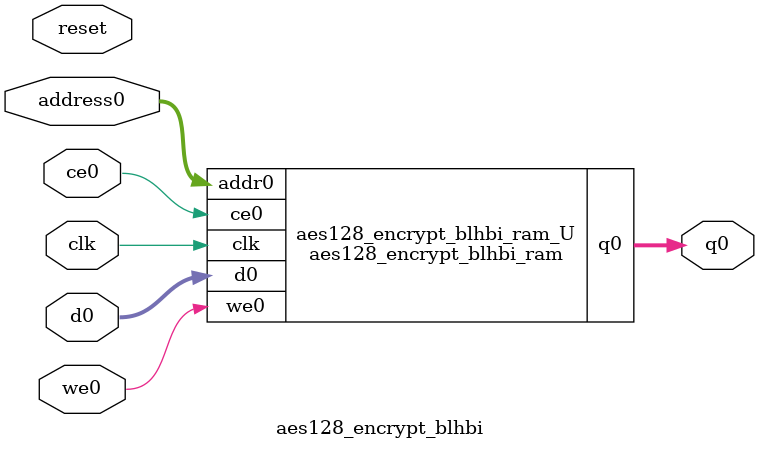
<source format=v>
`timescale 1 ns / 1 ps
module aes128_encrypt_blhbi_ram (addr0, ce0, d0, we0, q0,  clk);

parameter DWIDTH = 8;
parameter AWIDTH = 4;
parameter MEM_SIZE = 16;

input[AWIDTH-1:0] addr0;
input ce0;
input[DWIDTH-1:0] d0;
input we0;
output reg[DWIDTH-1:0] q0;
input clk;

(* ram_style = "distributed" *)reg [DWIDTH-1:0] ram[0:MEM_SIZE-1];




always @(posedge clk)  
begin 
    if (ce0) 
    begin
        if (we0) 
        begin 
            ram[addr0] <= d0; 
        end 
        q0 <= ram[addr0];
    end
end


endmodule

`timescale 1 ns / 1 ps
module aes128_encrypt_blhbi(
    reset,
    clk,
    address0,
    ce0,
    we0,
    d0,
    q0);

parameter DataWidth = 32'd8;
parameter AddressRange = 32'd16;
parameter AddressWidth = 32'd4;
input reset;
input clk;
input[AddressWidth - 1:0] address0;
input ce0;
input we0;
input[DataWidth - 1:0] d0;
output[DataWidth - 1:0] q0;



aes128_encrypt_blhbi_ram aes128_encrypt_blhbi_ram_U(
    .clk( clk ),
    .addr0( address0 ),
    .ce0( ce0 ),
    .we0( we0 ),
    .d0( d0 ),
    .q0( q0 ));

endmodule


</source>
